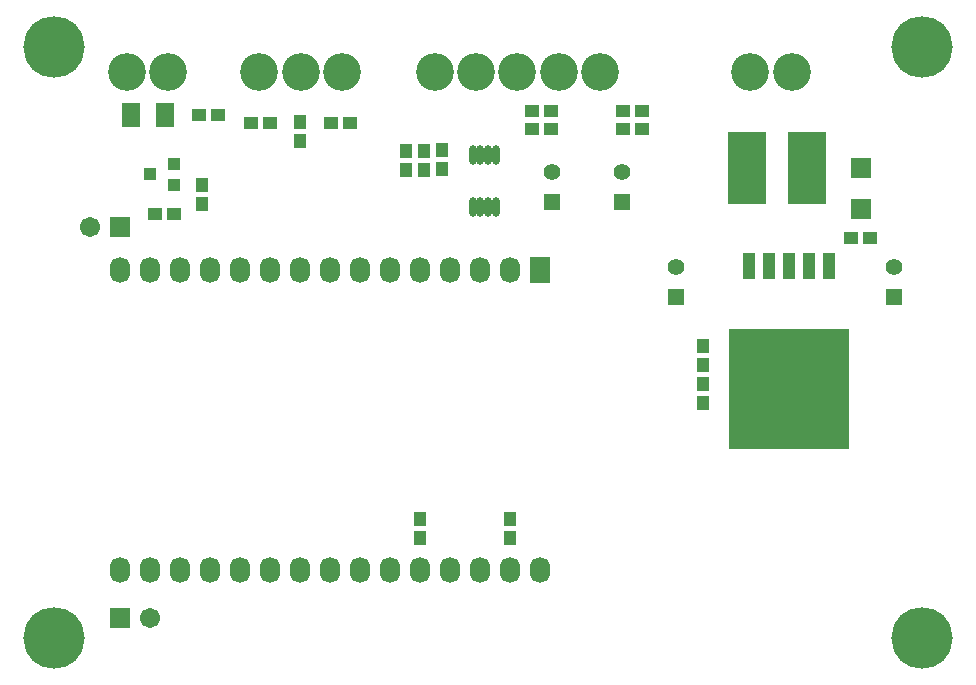
<source format=gts>
G04 Layer_Color=8388736*
%FSLAX25Y25*%
%MOIN*%
G70*
G01*
G75*
%ADD43R,0.06706X0.06706*%
%ADD44R,0.40170X0.40170*%
%ADD45R,0.04343X0.08674*%
%ADD46R,0.12611X0.24422*%
%ADD47R,0.04343X0.04599*%
%ADD48O,0.02572X0.06509*%
%ADD49R,0.04599X0.04343*%
%ADD50R,0.04343X0.03950*%
%ADD51R,0.06076X0.07887*%
%ADD52C,0.12611*%
%ADD53C,0.06800*%
%ADD54C,0.05524*%
%ADD55R,0.05524X0.05524*%
%ADD56C,0.20485*%
%ADD57R,0.06706X0.06706*%
%ADD58C,0.06706*%
%ADD59O,0.06706X0.08674*%
%ADD60R,0.06706X0.08674*%
D43*
X268921Y-40335D02*
D03*
Y-54114D02*
D03*
D44*
X244921Y-114173D02*
D03*
D45*
X258307Y-73181D02*
D03*
X251713Y-72984D02*
D03*
X245020D02*
D03*
X238327D02*
D03*
X231634D02*
D03*
D46*
X230921Y-40224D02*
D03*
X250921D02*
D03*
D47*
X117421Y-40878D02*
D03*
Y-34579D02*
D03*
X123421D02*
D03*
Y-40878D02*
D03*
X129421Y-34429D02*
D03*
Y-40728D02*
D03*
X81921Y-31378D02*
D03*
Y-25079D02*
D03*
X216421Y-106024D02*
D03*
Y-99724D02*
D03*
Y-118524D02*
D03*
Y-112224D02*
D03*
X152000Y-157350D02*
D03*
Y-163650D02*
D03*
X122000Y-157350D02*
D03*
Y-163650D02*
D03*
X49421Y-46079D02*
D03*
Y-52378D02*
D03*
D48*
X139583Y-53390D02*
D03*
X142142D02*
D03*
X144701D02*
D03*
X147260D02*
D03*
X139583Y-36067D02*
D03*
X142142D02*
D03*
X144701D02*
D03*
X147260D02*
D03*
D49*
X159272Y-27228D02*
D03*
X165571D02*
D03*
X159272Y-21228D02*
D03*
X165571D02*
D03*
X196071Y-27228D02*
D03*
X189772D02*
D03*
X196071Y-21228D02*
D03*
X189772D02*
D03*
X72071Y-25228D02*
D03*
X65772D02*
D03*
X98571D02*
D03*
X92272D02*
D03*
X272071Y-63724D02*
D03*
X265772D02*
D03*
X40071Y-55728D02*
D03*
X33772D02*
D03*
X54571Y-22728D02*
D03*
X48272D02*
D03*
D50*
X32063Y-42500D02*
D03*
X39937Y-38957D02*
D03*
Y-46043D02*
D03*
D51*
X25791Y-22728D02*
D03*
X37051D02*
D03*
D52*
X232142Y-8224D02*
D03*
X245921D02*
D03*
X95973Y-8228D02*
D03*
X82193D02*
D03*
X68413D02*
D03*
X24374D02*
D03*
X38154D02*
D03*
X154421Y-8224D02*
D03*
X168201D02*
D03*
X181980D02*
D03*
X140642D02*
D03*
X126862D02*
D03*
D53*
X230921Y-40224D02*
D03*
X250921D02*
D03*
D54*
X165921Y-41728D02*
D03*
X189421D02*
D03*
X279921Y-73224D02*
D03*
X207421D02*
D03*
D55*
X165921Y-51728D02*
D03*
X189421D02*
D03*
X279921Y-83224D02*
D03*
X207421D02*
D03*
D56*
X289500Y0D02*
D03*
Y-197000D02*
D03*
X0Y0D02*
D03*
Y-197000D02*
D03*
D57*
X22000Y-190500D02*
D03*
Y-60000D02*
D03*
D58*
X32000Y-190500D02*
D03*
X12000Y-60000D02*
D03*
D59*
X162039Y-174499D02*
D03*
X152039D02*
D03*
X142039D02*
D03*
X132039D02*
D03*
X122039D02*
D03*
X112039D02*
D03*
X102039D02*
D03*
X92039D02*
D03*
X82039D02*
D03*
X72039D02*
D03*
X62039D02*
D03*
X52039D02*
D03*
X42039D02*
D03*
X32039D02*
D03*
X22039D02*
D03*
Y-74499D02*
D03*
X32039D02*
D03*
X42039D02*
D03*
X52039D02*
D03*
X62039D02*
D03*
X72039D02*
D03*
X82039D02*
D03*
X92039D02*
D03*
X102039D02*
D03*
X112039D02*
D03*
X122039D02*
D03*
X132039D02*
D03*
X142039D02*
D03*
X152039D02*
D03*
D60*
X162039D02*
D03*
M02*

</source>
